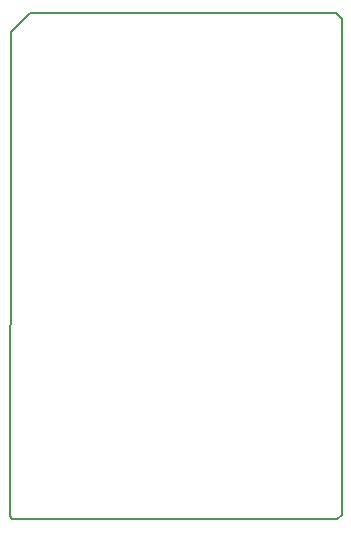
<source format=gbo>
G04*
G04 #@! TF.GenerationSoftware,Altium Limited,Altium Designer,20.0.10 (225)*
G04*
G04 Layer_Color=57008*
%FSLAX25Y25*%
%MOIN*%
G70*
G01*
G75*
%ADD10C,0.00787*%
D10*
X260Y64875D02*
X793Y65408D01*
X260Y1375D02*
Y64875D01*
Y1375D02*
X1219Y416D01*
X109423D01*
X793Y65408D02*
Y162849D01*
X6994Y169050D02*
X109061D01*
X793Y162849D02*
X6994Y169050D01*
X109061D02*
X110931Y167180D01*
X109423Y416D02*
X110931Y1924D01*
Y167180D01*
M02*

</source>
